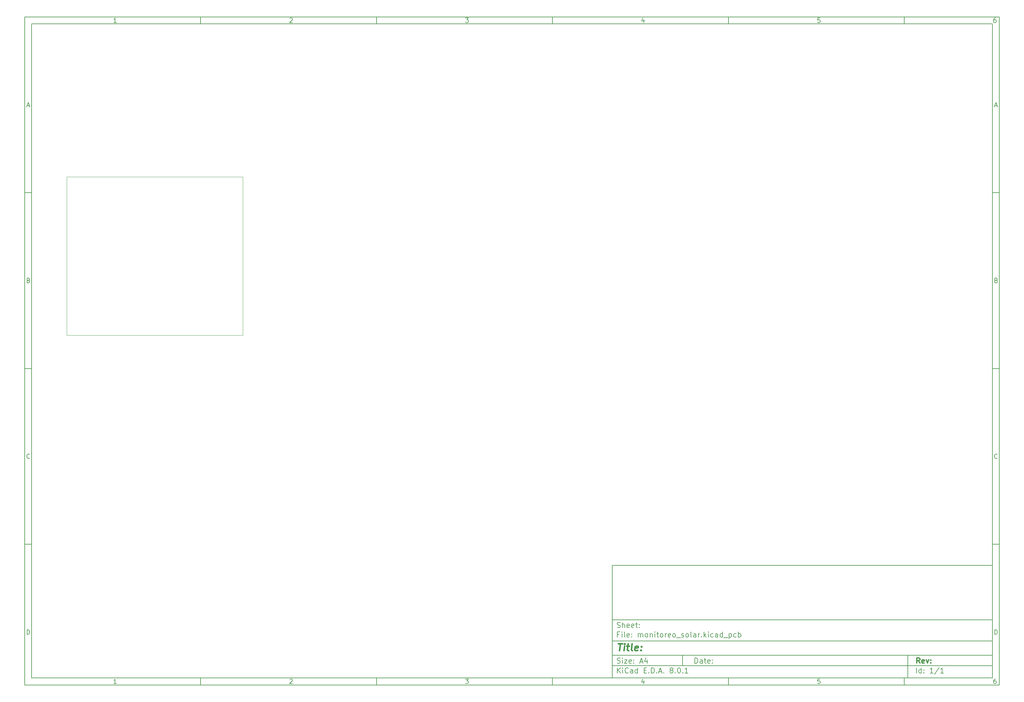
<source format=gbr>
%TF.GenerationSoftware,KiCad,Pcbnew,8.0.1*%
%TF.CreationDate,2024-08-29T21:22:59-03:00*%
%TF.ProjectId,monitoreo_solar,6d6f6e69-746f-4726-956f-5f736f6c6172,rev?*%
%TF.SameCoordinates,Original*%
%TF.FileFunction,Profile,NP*%
%FSLAX46Y46*%
G04 Gerber Fmt 4.6, Leading zero omitted, Abs format (unit mm)*
G04 Created by KiCad (PCBNEW 8.0.1) date 2024-08-29 21:22:59*
%MOMM*%
%LPD*%
G01*
G04 APERTURE LIST*
%ADD10C,0.100000*%
%ADD11C,0.150000*%
%ADD12C,0.300000*%
%ADD13C,0.400000*%
%TA.AperFunction,Profile*%
%ADD14C,0.050000*%
%TD*%
G04 APERTURE END LIST*
D10*
D11*
X177002200Y-166007200D02*
X285002200Y-166007200D01*
X285002200Y-198007200D01*
X177002200Y-198007200D01*
X177002200Y-166007200D01*
D10*
D11*
X10000000Y-10000000D02*
X287002200Y-10000000D01*
X287002200Y-200007200D01*
X10000000Y-200007200D01*
X10000000Y-10000000D01*
D10*
D11*
X12000000Y-12000000D02*
X285002200Y-12000000D01*
X285002200Y-198007200D01*
X12000000Y-198007200D01*
X12000000Y-12000000D01*
D10*
D11*
X60000000Y-12000000D02*
X60000000Y-10000000D01*
D10*
D11*
X110000000Y-12000000D02*
X110000000Y-10000000D01*
D10*
D11*
X160000000Y-12000000D02*
X160000000Y-10000000D01*
D10*
D11*
X210000000Y-12000000D02*
X210000000Y-10000000D01*
D10*
D11*
X260000000Y-12000000D02*
X260000000Y-10000000D01*
D10*
D11*
X36089160Y-11593604D02*
X35346303Y-11593604D01*
X35717731Y-11593604D02*
X35717731Y-10293604D01*
X35717731Y-10293604D02*
X35593922Y-10479319D01*
X35593922Y-10479319D02*
X35470112Y-10603128D01*
X35470112Y-10603128D02*
X35346303Y-10665033D01*
D10*
D11*
X85346303Y-10417414D02*
X85408207Y-10355509D01*
X85408207Y-10355509D02*
X85532017Y-10293604D01*
X85532017Y-10293604D02*
X85841541Y-10293604D01*
X85841541Y-10293604D02*
X85965350Y-10355509D01*
X85965350Y-10355509D02*
X86027255Y-10417414D01*
X86027255Y-10417414D02*
X86089160Y-10541223D01*
X86089160Y-10541223D02*
X86089160Y-10665033D01*
X86089160Y-10665033D02*
X86027255Y-10850747D01*
X86027255Y-10850747D02*
X85284398Y-11593604D01*
X85284398Y-11593604D02*
X86089160Y-11593604D01*
D10*
D11*
X135284398Y-10293604D02*
X136089160Y-10293604D01*
X136089160Y-10293604D02*
X135655826Y-10788842D01*
X135655826Y-10788842D02*
X135841541Y-10788842D01*
X135841541Y-10788842D02*
X135965350Y-10850747D01*
X135965350Y-10850747D02*
X136027255Y-10912652D01*
X136027255Y-10912652D02*
X136089160Y-11036461D01*
X136089160Y-11036461D02*
X136089160Y-11345985D01*
X136089160Y-11345985D02*
X136027255Y-11469795D01*
X136027255Y-11469795D02*
X135965350Y-11531700D01*
X135965350Y-11531700D02*
X135841541Y-11593604D01*
X135841541Y-11593604D02*
X135470112Y-11593604D01*
X135470112Y-11593604D02*
X135346303Y-11531700D01*
X135346303Y-11531700D02*
X135284398Y-11469795D01*
D10*
D11*
X185965350Y-10726938D02*
X185965350Y-11593604D01*
X185655826Y-10231700D02*
X185346303Y-11160271D01*
X185346303Y-11160271D02*
X186151064Y-11160271D01*
D10*
D11*
X236027255Y-10293604D02*
X235408207Y-10293604D01*
X235408207Y-10293604D02*
X235346303Y-10912652D01*
X235346303Y-10912652D02*
X235408207Y-10850747D01*
X235408207Y-10850747D02*
X235532017Y-10788842D01*
X235532017Y-10788842D02*
X235841541Y-10788842D01*
X235841541Y-10788842D02*
X235965350Y-10850747D01*
X235965350Y-10850747D02*
X236027255Y-10912652D01*
X236027255Y-10912652D02*
X236089160Y-11036461D01*
X236089160Y-11036461D02*
X236089160Y-11345985D01*
X236089160Y-11345985D02*
X236027255Y-11469795D01*
X236027255Y-11469795D02*
X235965350Y-11531700D01*
X235965350Y-11531700D02*
X235841541Y-11593604D01*
X235841541Y-11593604D02*
X235532017Y-11593604D01*
X235532017Y-11593604D02*
X235408207Y-11531700D01*
X235408207Y-11531700D02*
X235346303Y-11469795D01*
D10*
D11*
X285965350Y-10293604D02*
X285717731Y-10293604D01*
X285717731Y-10293604D02*
X285593922Y-10355509D01*
X285593922Y-10355509D02*
X285532017Y-10417414D01*
X285532017Y-10417414D02*
X285408207Y-10603128D01*
X285408207Y-10603128D02*
X285346303Y-10850747D01*
X285346303Y-10850747D02*
X285346303Y-11345985D01*
X285346303Y-11345985D02*
X285408207Y-11469795D01*
X285408207Y-11469795D02*
X285470112Y-11531700D01*
X285470112Y-11531700D02*
X285593922Y-11593604D01*
X285593922Y-11593604D02*
X285841541Y-11593604D01*
X285841541Y-11593604D02*
X285965350Y-11531700D01*
X285965350Y-11531700D02*
X286027255Y-11469795D01*
X286027255Y-11469795D02*
X286089160Y-11345985D01*
X286089160Y-11345985D02*
X286089160Y-11036461D01*
X286089160Y-11036461D02*
X286027255Y-10912652D01*
X286027255Y-10912652D02*
X285965350Y-10850747D01*
X285965350Y-10850747D02*
X285841541Y-10788842D01*
X285841541Y-10788842D02*
X285593922Y-10788842D01*
X285593922Y-10788842D02*
X285470112Y-10850747D01*
X285470112Y-10850747D02*
X285408207Y-10912652D01*
X285408207Y-10912652D02*
X285346303Y-11036461D01*
D10*
D11*
X60000000Y-198007200D02*
X60000000Y-200007200D01*
D10*
D11*
X110000000Y-198007200D02*
X110000000Y-200007200D01*
D10*
D11*
X160000000Y-198007200D02*
X160000000Y-200007200D01*
D10*
D11*
X210000000Y-198007200D02*
X210000000Y-200007200D01*
D10*
D11*
X260000000Y-198007200D02*
X260000000Y-200007200D01*
D10*
D11*
X36089160Y-199600804D02*
X35346303Y-199600804D01*
X35717731Y-199600804D02*
X35717731Y-198300804D01*
X35717731Y-198300804D02*
X35593922Y-198486519D01*
X35593922Y-198486519D02*
X35470112Y-198610328D01*
X35470112Y-198610328D02*
X35346303Y-198672233D01*
D10*
D11*
X85346303Y-198424614D02*
X85408207Y-198362709D01*
X85408207Y-198362709D02*
X85532017Y-198300804D01*
X85532017Y-198300804D02*
X85841541Y-198300804D01*
X85841541Y-198300804D02*
X85965350Y-198362709D01*
X85965350Y-198362709D02*
X86027255Y-198424614D01*
X86027255Y-198424614D02*
X86089160Y-198548423D01*
X86089160Y-198548423D02*
X86089160Y-198672233D01*
X86089160Y-198672233D02*
X86027255Y-198857947D01*
X86027255Y-198857947D02*
X85284398Y-199600804D01*
X85284398Y-199600804D02*
X86089160Y-199600804D01*
D10*
D11*
X135284398Y-198300804D02*
X136089160Y-198300804D01*
X136089160Y-198300804D02*
X135655826Y-198796042D01*
X135655826Y-198796042D02*
X135841541Y-198796042D01*
X135841541Y-198796042D02*
X135965350Y-198857947D01*
X135965350Y-198857947D02*
X136027255Y-198919852D01*
X136027255Y-198919852D02*
X136089160Y-199043661D01*
X136089160Y-199043661D02*
X136089160Y-199353185D01*
X136089160Y-199353185D02*
X136027255Y-199476995D01*
X136027255Y-199476995D02*
X135965350Y-199538900D01*
X135965350Y-199538900D02*
X135841541Y-199600804D01*
X135841541Y-199600804D02*
X135470112Y-199600804D01*
X135470112Y-199600804D02*
X135346303Y-199538900D01*
X135346303Y-199538900D02*
X135284398Y-199476995D01*
D10*
D11*
X185965350Y-198734138D02*
X185965350Y-199600804D01*
X185655826Y-198238900D02*
X185346303Y-199167471D01*
X185346303Y-199167471D02*
X186151064Y-199167471D01*
D10*
D11*
X236027255Y-198300804D02*
X235408207Y-198300804D01*
X235408207Y-198300804D02*
X235346303Y-198919852D01*
X235346303Y-198919852D02*
X235408207Y-198857947D01*
X235408207Y-198857947D02*
X235532017Y-198796042D01*
X235532017Y-198796042D02*
X235841541Y-198796042D01*
X235841541Y-198796042D02*
X235965350Y-198857947D01*
X235965350Y-198857947D02*
X236027255Y-198919852D01*
X236027255Y-198919852D02*
X236089160Y-199043661D01*
X236089160Y-199043661D02*
X236089160Y-199353185D01*
X236089160Y-199353185D02*
X236027255Y-199476995D01*
X236027255Y-199476995D02*
X235965350Y-199538900D01*
X235965350Y-199538900D02*
X235841541Y-199600804D01*
X235841541Y-199600804D02*
X235532017Y-199600804D01*
X235532017Y-199600804D02*
X235408207Y-199538900D01*
X235408207Y-199538900D02*
X235346303Y-199476995D01*
D10*
D11*
X285965350Y-198300804D02*
X285717731Y-198300804D01*
X285717731Y-198300804D02*
X285593922Y-198362709D01*
X285593922Y-198362709D02*
X285532017Y-198424614D01*
X285532017Y-198424614D02*
X285408207Y-198610328D01*
X285408207Y-198610328D02*
X285346303Y-198857947D01*
X285346303Y-198857947D02*
X285346303Y-199353185D01*
X285346303Y-199353185D02*
X285408207Y-199476995D01*
X285408207Y-199476995D02*
X285470112Y-199538900D01*
X285470112Y-199538900D02*
X285593922Y-199600804D01*
X285593922Y-199600804D02*
X285841541Y-199600804D01*
X285841541Y-199600804D02*
X285965350Y-199538900D01*
X285965350Y-199538900D02*
X286027255Y-199476995D01*
X286027255Y-199476995D02*
X286089160Y-199353185D01*
X286089160Y-199353185D02*
X286089160Y-199043661D01*
X286089160Y-199043661D02*
X286027255Y-198919852D01*
X286027255Y-198919852D02*
X285965350Y-198857947D01*
X285965350Y-198857947D02*
X285841541Y-198796042D01*
X285841541Y-198796042D02*
X285593922Y-198796042D01*
X285593922Y-198796042D02*
X285470112Y-198857947D01*
X285470112Y-198857947D02*
X285408207Y-198919852D01*
X285408207Y-198919852D02*
X285346303Y-199043661D01*
D10*
D11*
X10000000Y-60000000D02*
X12000000Y-60000000D01*
D10*
D11*
X10000000Y-110000000D02*
X12000000Y-110000000D01*
D10*
D11*
X10000000Y-160000000D02*
X12000000Y-160000000D01*
D10*
D11*
X10690476Y-35222176D02*
X11309523Y-35222176D01*
X10566666Y-35593604D02*
X10999999Y-34293604D01*
X10999999Y-34293604D02*
X11433333Y-35593604D01*
D10*
D11*
X11092857Y-84912652D02*
X11278571Y-84974557D01*
X11278571Y-84974557D02*
X11340476Y-85036461D01*
X11340476Y-85036461D02*
X11402380Y-85160271D01*
X11402380Y-85160271D02*
X11402380Y-85345985D01*
X11402380Y-85345985D02*
X11340476Y-85469795D01*
X11340476Y-85469795D02*
X11278571Y-85531700D01*
X11278571Y-85531700D02*
X11154761Y-85593604D01*
X11154761Y-85593604D02*
X10659523Y-85593604D01*
X10659523Y-85593604D02*
X10659523Y-84293604D01*
X10659523Y-84293604D02*
X11092857Y-84293604D01*
X11092857Y-84293604D02*
X11216666Y-84355509D01*
X11216666Y-84355509D02*
X11278571Y-84417414D01*
X11278571Y-84417414D02*
X11340476Y-84541223D01*
X11340476Y-84541223D02*
X11340476Y-84665033D01*
X11340476Y-84665033D02*
X11278571Y-84788842D01*
X11278571Y-84788842D02*
X11216666Y-84850747D01*
X11216666Y-84850747D02*
X11092857Y-84912652D01*
X11092857Y-84912652D02*
X10659523Y-84912652D01*
D10*
D11*
X11402380Y-135469795D02*
X11340476Y-135531700D01*
X11340476Y-135531700D02*
X11154761Y-135593604D01*
X11154761Y-135593604D02*
X11030952Y-135593604D01*
X11030952Y-135593604D02*
X10845238Y-135531700D01*
X10845238Y-135531700D02*
X10721428Y-135407890D01*
X10721428Y-135407890D02*
X10659523Y-135284080D01*
X10659523Y-135284080D02*
X10597619Y-135036461D01*
X10597619Y-135036461D02*
X10597619Y-134850747D01*
X10597619Y-134850747D02*
X10659523Y-134603128D01*
X10659523Y-134603128D02*
X10721428Y-134479319D01*
X10721428Y-134479319D02*
X10845238Y-134355509D01*
X10845238Y-134355509D02*
X11030952Y-134293604D01*
X11030952Y-134293604D02*
X11154761Y-134293604D01*
X11154761Y-134293604D02*
X11340476Y-134355509D01*
X11340476Y-134355509D02*
X11402380Y-134417414D01*
D10*
D11*
X10659523Y-185593604D02*
X10659523Y-184293604D01*
X10659523Y-184293604D02*
X10969047Y-184293604D01*
X10969047Y-184293604D02*
X11154761Y-184355509D01*
X11154761Y-184355509D02*
X11278571Y-184479319D01*
X11278571Y-184479319D02*
X11340476Y-184603128D01*
X11340476Y-184603128D02*
X11402380Y-184850747D01*
X11402380Y-184850747D02*
X11402380Y-185036461D01*
X11402380Y-185036461D02*
X11340476Y-185284080D01*
X11340476Y-185284080D02*
X11278571Y-185407890D01*
X11278571Y-185407890D02*
X11154761Y-185531700D01*
X11154761Y-185531700D02*
X10969047Y-185593604D01*
X10969047Y-185593604D02*
X10659523Y-185593604D01*
D10*
D11*
X287002200Y-60000000D02*
X285002200Y-60000000D01*
D10*
D11*
X287002200Y-110000000D02*
X285002200Y-110000000D01*
D10*
D11*
X287002200Y-160000000D02*
X285002200Y-160000000D01*
D10*
D11*
X285692676Y-35222176D02*
X286311723Y-35222176D01*
X285568866Y-35593604D02*
X286002199Y-34293604D01*
X286002199Y-34293604D02*
X286435533Y-35593604D01*
D10*
D11*
X286095057Y-84912652D02*
X286280771Y-84974557D01*
X286280771Y-84974557D02*
X286342676Y-85036461D01*
X286342676Y-85036461D02*
X286404580Y-85160271D01*
X286404580Y-85160271D02*
X286404580Y-85345985D01*
X286404580Y-85345985D02*
X286342676Y-85469795D01*
X286342676Y-85469795D02*
X286280771Y-85531700D01*
X286280771Y-85531700D02*
X286156961Y-85593604D01*
X286156961Y-85593604D02*
X285661723Y-85593604D01*
X285661723Y-85593604D02*
X285661723Y-84293604D01*
X285661723Y-84293604D02*
X286095057Y-84293604D01*
X286095057Y-84293604D02*
X286218866Y-84355509D01*
X286218866Y-84355509D02*
X286280771Y-84417414D01*
X286280771Y-84417414D02*
X286342676Y-84541223D01*
X286342676Y-84541223D02*
X286342676Y-84665033D01*
X286342676Y-84665033D02*
X286280771Y-84788842D01*
X286280771Y-84788842D02*
X286218866Y-84850747D01*
X286218866Y-84850747D02*
X286095057Y-84912652D01*
X286095057Y-84912652D02*
X285661723Y-84912652D01*
D10*
D11*
X286404580Y-135469795D02*
X286342676Y-135531700D01*
X286342676Y-135531700D02*
X286156961Y-135593604D01*
X286156961Y-135593604D02*
X286033152Y-135593604D01*
X286033152Y-135593604D02*
X285847438Y-135531700D01*
X285847438Y-135531700D02*
X285723628Y-135407890D01*
X285723628Y-135407890D02*
X285661723Y-135284080D01*
X285661723Y-135284080D02*
X285599819Y-135036461D01*
X285599819Y-135036461D02*
X285599819Y-134850747D01*
X285599819Y-134850747D02*
X285661723Y-134603128D01*
X285661723Y-134603128D02*
X285723628Y-134479319D01*
X285723628Y-134479319D02*
X285847438Y-134355509D01*
X285847438Y-134355509D02*
X286033152Y-134293604D01*
X286033152Y-134293604D02*
X286156961Y-134293604D01*
X286156961Y-134293604D02*
X286342676Y-134355509D01*
X286342676Y-134355509D02*
X286404580Y-134417414D01*
D10*
D11*
X285661723Y-185593604D02*
X285661723Y-184293604D01*
X285661723Y-184293604D02*
X285971247Y-184293604D01*
X285971247Y-184293604D02*
X286156961Y-184355509D01*
X286156961Y-184355509D02*
X286280771Y-184479319D01*
X286280771Y-184479319D02*
X286342676Y-184603128D01*
X286342676Y-184603128D02*
X286404580Y-184850747D01*
X286404580Y-184850747D02*
X286404580Y-185036461D01*
X286404580Y-185036461D02*
X286342676Y-185284080D01*
X286342676Y-185284080D02*
X286280771Y-185407890D01*
X286280771Y-185407890D02*
X286156961Y-185531700D01*
X286156961Y-185531700D02*
X285971247Y-185593604D01*
X285971247Y-185593604D02*
X285661723Y-185593604D01*
D10*
D11*
X200458026Y-193793328D02*
X200458026Y-192293328D01*
X200458026Y-192293328D02*
X200815169Y-192293328D01*
X200815169Y-192293328D02*
X201029455Y-192364757D01*
X201029455Y-192364757D02*
X201172312Y-192507614D01*
X201172312Y-192507614D02*
X201243741Y-192650471D01*
X201243741Y-192650471D02*
X201315169Y-192936185D01*
X201315169Y-192936185D02*
X201315169Y-193150471D01*
X201315169Y-193150471D02*
X201243741Y-193436185D01*
X201243741Y-193436185D02*
X201172312Y-193579042D01*
X201172312Y-193579042D02*
X201029455Y-193721900D01*
X201029455Y-193721900D02*
X200815169Y-193793328D01*
X200815169Y-193793328D02*
X200458026Y-193793328D01*
X202600884Y-193793328D02*
X202600884Y-193007614D01*
X202600884Y-193007614D02*
X202529455Y-192864757D01*
X202529455Y-192864757D02*
X202386598Y-192793328D01*
X202386598Y-192793328D02*
X202100884Y-192793328D01*
X202100884Y-192793328D02*
X201958026Y-192864757D01*
X202600884Y-193721900D02*
X202458026Y-193793328D01*
X202458026Y-193793328D02*
X202100884Y-193793328D01*
X202100884Y-193793328D02*
X201958026Y-193721900D01*
X201958026Y-193721900D02*
X201886598Y-193579042D01*
X201886598Y-193579042D02*
X201886598Y-193436185D01*
X201886598Y-193436185D02*
X201958026Y-193293328D01*
X201958026Y-193293328D02*
X202100884Y-193221900D01*
X202100884Y-193221900D02*
X202458026Y-193221900D01*
X202458026Y-193221900D02*
X202600884Y-193150471D01*
X203100884Y-192793328D02*
X203672312Y-192793328D01*
X203315169Y-192293328D02*
X203315169Y-193579042D01*
X203315169Y-193579042D02*
X203386598Y-193721900D01*
X203386598Y-193721900D02*
X203529455Y-193793328D01*
X203529455Y-193793328D02*
X203672312Y-193793328D01*
X204743741Y-193721900D02*
X204600884Y-193793328D01*
X204600884Y-193793328D02*
X204315170Y-193793328D01*
X204315170Y-193793328D02*
X204172312Y-193721900D01*
X204172312Y-193721900D02*
X204100884Y-193579042D01*
X204100884Y-193579042D02*
X204100884Y-193007614D01*
X204100884Y-193007614D02*
X204172312Y-192864757D01*
X204172312Y-192864757D02*
X204315170Y-192793328D01*
X204315170Y-192793328D02*
X204600884Y-192793328D01*
X204600884Y-192793328D02*
X204743741Y-192864757D01*
X204743741Y-192864757D02*
X204815170Y-193007614D01*
X204815170Y-193007614D02*
X204815170Y-193150471D01*
X204815170Y-193150471D02*
X204100884Y-193293328D01*
X205458026Y-193650471D02*
X205529455Y-193721900D01*
X205529455Y-193721900D02*
X205458026Y-193793328D01*
X205458026Y-193793328D02*
X205386598Y-193721900D01*
X205386598Y-193721900D02*
X205458026Y-193650471D01*
X205458026Y-193650471D02*
X205458026Y-193793328D01*
X205458026Y-192864757D02*
X205529455Y-192936185D01*
X205529455Y-192936185D02*
X205458026Y-193007614D01*
X205458026Y-193007614D02*
X205386598Y-192936185D01*
X205386598Y-192936185D02*
X205458026Y-192864757D01*
X205458026Y-192864757D02*
X205458026Y-193007614D01*
D10*
D11*
X177002200Y-194507200D02*
X285002200Y-194507200D01*
D10*
D11*
X178458026Y-196593328D02*
X178458026Y-195093328D01*
X179315169Y-196593328D02*
X178672312Y-195736185D01*
X179315169Y-195093328D02*
X178458026Y-195950471D01*
X179958026Y-196593328D02*
X179958026Y-195593328D01*
X179958026Y-195093328D02*
X179886598Y-195164757D01*
X179886598Y-195164757D02*
X179958026Y-195236185D01*
X179958026Y-195236185D02*
X180029455Y-195164757D01*
X180029455Y-195164757D02*
X179958026Y-195093328D01*
X179958026Y-195093328D02*
X179958026Y-195236185D01*
X181529455Y-196450471D02*
X181458027Y-196521900D01*
X181458027Y-196521900D02*
X181243741Y-196593328D01*
X181243741Y-196593328D02*
X181100884Y-196593328D01*
X181100884Y-196593328D02*
X180886598Y-196521900D01*
X180886598Y-196521900D02*
X180743741Y-196379042D01*
X180743741Y-196379042D02*
X180672312Y-196236185D01*
X180672312Y-196236185D02*
X180600884Y-195950471D01*
X180600884Y-195950471D02*
X180600884Y-195736185D01*
X180600884Y-195736185D02*
X180672312Y-195450471D01*
X180672312Y-195450471D02*
X180743741Y-195307614D01*
X180743741Y-195307614D02*
X180886598Y-195164757D01*
X180886598Y-195164757D02*
X181100884Y-195093328D01*
X181100884Y-195093328D02*
X181243741Y-195093328D01*
X181243741Y-195093328D02*
X181458027Y-195164757D01*
X181458027Y-195164757D02*
X181529455Y-195236185D01*
X182815170Y-196593328D02*
X182815170Y-195807614D01*
X182815170Y-195807614D02*
X182743741Y-195664757D01*
X182743741Y-195664757D02*
X182600884Y-195593328D01*
X182600884Y-195593328D02*
X182315170Y-195593328D01*
X182315170Y-195593328D02*
X182172312Y-195664757D01*
X182815170Y-196521900D02*
X182672312Y-196593328D01*
X182672312Y-196593328D02*
X182315170Y-196593328D01*
X182315170Y-196593328D02*
X182172312Y-196521900D01*
X182172312Y-196521900D02*
X182100884Y-196379042D01*
X182100884Y-196379042D02*
X182100884Y-196236185D01*
X182100884Y-196236185D02*
X182172312Y-196093328D01*
X182172312Y-196093328D02*
X182315170Y-196021900D01*
X182315170Y-196021900D02*
X182672312Y-196021900D01*
X182672312Y-196021900D02*
X182815170Y-195950471D01*
X184172313Y-196593328D02*
X184172313Y-195093328D01*
X184172313Y-196521900D02*
X184029455Y-196593328D01*
X184029455Y-196593328D02*
X183743741Y-196593328D01*
X183743741Y-196593328D02*
X183600884Y-196521900D01*
X183600884Y-196521900D02*
X183529455Y-196450471D01*
X183529455Y-196450471D02*
X183458027Y-196307614D01*
X183458027Y-196307614D02*
X183458027Y-195879042D01*
X183458027Y-195879042D02*
X183529455Y-195736185D01*
X183529455Y-195736185D02*
X183600884Y-195664757D01*
X183600884Y-195664757D02*
X183743741Y-195593328D01*
X183743741Y-195593328D02*
X184029455Y-195593328D01*
X184029455Y-195593328D02*
X184172313Y-195664757D01*
X186029455Y-195807614D02*
X186529455Y-195807614D01*
X186743741Y-196593328D02*
X186029455Y-196593328D01*
X186029455Y-196593328D02*
X186029455Y-195093328D01*
X186029455Y-195093328D02*
X186743741Y-195093328D01*
X187386598Y-196450471D02*
X187458027Y-196521900D01*
X187458027Y-196521900D02*
X187386598Y-196593328D01*
X187386598Y-196593328D02*
X187315170Y-196521900D01*
X187315170Y-196521900D02*
X187386598Y-196450471D01*
X187386598Y-196450471D02*
X187386598Y-196593328D01*
X188100884Y-196593328D02*
X188100884Y-195093328D01*
X188100884Y-195093328D02*
X188458027Y-195093328D01*
X188458027Y-195093328D02*
X188672313Y-195164757D01*
X188672313Y-195164757D02*
X188815170Y-195307614D01*
X188815170Y-195307614D02*
X188886599Y-195450471D01*
X188886599Y-195450471D02*
X188958027Y-195736185D01*
X188958027Y-195736185D02*
X188958027Y-195950471D01*
X188958027Y-195950471D02*
X188886599Y-196236185D01*
X188886599Y-196236185D02*
X188815170Y-196379042D01*
X188815170Y-196379042D02*
X188672313Y-196521900D01*
X188672313Y-196521900D02*
X188458027Y-196593328D01*
X188458027Y-196593328D02*
X188100884Y-196593328D01*
X189600884Y-196450471D02*
X189672313Y-196521900D01*
X189672313Y-196521900D02*
X189600884Y-196593328D01*
X189600884Y-196593328D02*
X189529456Y-196521900D01*
X189529456Y-196521900D02*
X189600884Y-196450471D01*
X189600884Y-196450471D02*
X189600884Y-196593328D01*
X190243742Y-196164757D02*
X190958028Y-196164757D01*
X190100885Y-196593328D02*
X190600885Y-195093328D01*
X190600885Y-195093328D02*
X191100885Y-196593328D01*
X191600884Y-196450471D02*
X191672313Y-196521900D01*
X191672313Y-196521900D02*
X191600884Y-196593328D01*
X191600884Y-196593328D02*
X191529456Y-196521900D01*
X191529456Y-196521900D02*
X191600884Y-196450471D01*
X191600884Y-196450471D02*
X191600884Y-196593328D01*
X193672313Y-195736185D02*
X193529456Y-195664757D01*
X193529456Y-195664757D02*
X193458027Y-195593328D01*
X193458027Y-195593328D02*
X193386599Y-195450471D01*
X193386599Y-195450471D02*
X193386599Y-195379042D01*
X193386599Y-195379042D02*
X193458027Y-195236185D01*
X193458027Y-195236185D02*
X193529456Y-195164757D01*
X193529456Y-195164757D02*
X193672313Y-195093328D01*
X193672313Y-195093328D02*
X193958027Y-195093328D01*
X193958027Y-195093328D02*
X194100885Y-195164757D01*
X194100885Y-195164757D02*
X194172313Y-195236185D01*
X194172313Y-195236185D02*
X194243742Y-195379042D01*
X194243742Y-195379042D02*
X194243742Y-195450471D01*
X194243742Y-195450471D02*
X194172313Y-195593328D01*
X194172313Y-195593328D02*
X194100885Y-195664757D01*
X194100885Y-195664757D02*
X193958027Y-195736185D01*
X193958027Y-195736185D02*
X193672313Y-195736185D01*
X193672313Y-195736185D02*
X193529456Y-195807614D01*
X193529456Y-195807614D02*
X193458027Y-195879042D01*
X193458027Y-195879042D02*
X193386599Y-196021900D01*
X193386599Y-196021900D02*
X193386599Y-196307614D01*
X193386599Y-196307614D02*
X193458027Y-196450471D01*
X193458027Y-196450471D02*
X193529456Y-196521900D01*
X193529456Y-196521900D02*
X193672313Y-196593328D01*
X193672313Y-196593328D02*
X193958027Y-196593328D01*
X193958027Y-196593328D02*
X194100885Y-196521900D01*
X194100885Y-196521900D02*
X194172313Y-196450471D01*
X194172313Y-196450471D02*
X194243742Y-196307614D01*
X194243742Y-196307614D02*
X194243742Y-196021900D01*
X194243742Y-196021900D02*
X194172313Y-195879042D01*
X194172313Y-195879042D02*
X194100885Y-195807614D01*
X194100885Y-195807614D02*
X193958027Y-195736185D01*
X194886598Y-196450471D02*
X194958027Y-196521900D01*
X194958027Y-196521900D02*
X194886598Y-196593328D01*
X194886598Y-196593328D02*
X194815170Y-196521900D01*
X194815170Y-196521900D02*
X194886598Y-196450471D01*
X194886598Y-196450471D02*
X194886598Y-196593328D01*
X195886599Y-195093328D02*
X196029456Y-195093328D01*
X196029456Y-195093328D02*
X196172313Y-195164757D01*
X196172313Y-195164757D02*
X196243742Y-195236185D01*
X196243742Y-195236185D02*
X196315170Y-195379042D01*
X196315170Y-195379042D02*
X196386599Y-195664757D01*
X196386599Y-195664757D02*
X196386599Y-196021900D01*
X196386599Y-196021900D02*
X196315170Y-196307614D01*
X196315170Y-196307614D02*
X196243742Y-196450471D01*
X196243742Y-196450471D02*
X196172313Y-196521900D01*
X196172313Y-196521900D02*
X196029456Y-196593328D01*
X196029456Y-196593328D02*
X195886599Y-196593328D01*
X195886599Y-196593328D02*
X195743742Y-196521900D01*
X195743742Y-196521900D02*
X195672313Y-196450471D01*
X195672313Y-196450471D02*
X195600884Y-196307614D01*
X195600884Y-196307614D02*
X195529456Y-196021900D01*
X195529456Y-196021900D02*
X195529456Y-195664757D01*
X195529456Y-195664757D02*
X195600884Y-195379042D01*
X195600884Y-195379042D02*
X195672313Y-195236185D01*
X195672313Y-195236185D02*
X195743742Y-195164757D01*
X195743742Y-195164757D02*
X195886599Y-195093328D01*
X197029455Y-196450471D02*
X197100884Y-196521900D01*
X197100884Y-196521900D02*
X197029455Y-196593328D01*
X197029455Y-196593328D02*
X196958027Y-196521900D01*
X196958027Y-196521900D02*
X197029455Y-196450471D01*
X197029455Y-196450471D02*
X197029455Y-196593328D01*
X198529456Y-196593328D02*
X197672313Y-196593328D01*
X198100884Y-196593328D02*
X198100884Y-195093328D01*
X198100884Y-195093328D02*
X197958027Y-195307614D01*
X197958027Y-195307614D02*
X197815170Y-195450471D01*
X197815170Y-195450471D02*
X197672313Y-195521900D01*
D10*
D11*
X177002200Y-191507200D02*
X285002200Y-191507200D01*
D10*
D12*
X264413853Y-193785528D02*
X263913853Y-193071242D01*
X263556710Y-193785528D02*
X263556710Y-192285528D01*
X263556710Y-192285528D02*
X264128139Y-192285528D01*
X264128139Y-192285528D02*
X264270996Y-192356957D01*
X264270996Y-192356957D02*
X264342425Y-192428385D01*
X264342425Y-192428385D02*
X264413853Y-192571242D01*
X264413853Y-192571242D02*
X264413853Y-192785528D01*
X264413853Y-192785528D02*
X264342425Y-192928385D01*
X264342425Y-192928385D02*
X264270996Y-192999814D01*
X264270996Y-192999814D02*
X264128139Y-193071242D01*
X264128139Y-193071242D02*
X263556710Y-193071242D01*
X265628139Y-193714100D02*
X265485282Y-193785528D01*
X265485282Y-193785528D02*
X265199568Y-193785528D01*
X265199568Y-193785528D02*
X265056710Y-193714100D01*
X265056710Y-193714100D02*
X264985282Y-193571242D01*
X264985282Y-193571242D02*
X264985282Y-192999814D01*
X264985282Y-192999814D02*
X265056710Y-192856957D01*
X265056710Y-192856957D02*
X265199568Y-192785528D01*
X265199568Y-192785528D02*
X265485282Y-192785528D01*
X265485282Y-192785528D02*
X265628139Y-192856957D01*
X265628139Y-192856957D02*
X265699568Y-192999814D01*
X265699568Y-192999814D02*
X265699568Y-193142671D01*
X265699568Y-193142671D02*
X264985282Y-193285528D01*
X266199567Y-192785528D02*
X266556710Y-193785528D01*
X266556710Y-193785528D02*
X266913853Y-192785528D01*
X267485281Y-193642671D02*
X267556710Y-193714100D01*
X267556710Y-193714100D02*
X267485281Y-193785528D01*
X267485281Y-193785528D02*
X267413853Y-193714100D01*
X267413853Y-193714100D02*
X267485281Y-193642671D01*
X267485281Y-193642671D02*
X267485281Y-193785528D01*
X267485281Y-192856957D02*
X267556710Y-192928385D01*
X267556710Y-192928385D02*
X267485281Y-192999814D01*
X267485281Y-192999814D02*
X267413853Y-192928385D01*
X267413853Y-192928385D02*
X267485281Y-192856957D01*
X267485281Y-192856957D02*
X267485281Y-192999814D01*
D10*
D11*
X178386598Y-193721900D02*
X178600884Y-193793328D01*
X178600884Y-193793328D02*
X178958026Y-193793328D01*
X178958026Y-193793328D02*
X179100884Y-193721900D01*
X179100884Y-193721900D02*
X179172312Y-193650471D01*
X179172312Y-193650471D02*
X179243741Y-193507614D01*
X179243741Y-193507614D02*
X179243741Y-193364757D01*
X179243741Y-193364757D02*
X179172312Y-193221900D01*
X179172312Y-193221900D02*
X179100884Y-193150471D01*
X179100884Y-193150471D02*
X178958026Y-193079042D01*
X178958026Y-193079042D02*
X178672312Y-193007614D01*
X178672312Y-193007614D02*
X178529455Y-192936185D01*
X178529455Y-192936185D02*
X178458026Y-192864757D01*
X178458026Y-192864757D02*
X178386598Y-192721900D01*
X178386598Y-192721900D02*
X178386598Y-192579042D01*
X178386598Y-192579042D02*
X178458026Y-192436185D01*
X178458026Y-192436185D02*
X178529455Y-192364757D01*
X178529455Y-192364757D02*
X178672312Y-192293328D01*
X178672312Y-192293328D02*
X179029455Y-192293328D01*
X179029455Y-192293328D02*
X179243741Y-192364757D01*
X179886597Y-193793328D02*
X179886597Y-192793328D01*
X179886597Y-192293328D02*
X179815169Y-192364757D01*
X179815169Y-192364757D02*
X179886597Y-192436185D01*
X179886597Y-192436185D02*
X179958026Y-192364757D01*
X179958026Y-192364757D02*
X179886597Y-192293328D01*
X179886597Y-192293328D02*
X179886597Y-192436185D01*
X180458026Y-192793328D02*
X181243741Y-192793328D01*
X181243741Y-192793328D02*
X180458026Y-193793328D01*
X180458026Y-193793328D02*
X181243741Y-193793328D01*
X182386598Y-193721900D02*
X182243741Y-193793328D01*
X182243741Y-193793328D02*
X181958027Y-193793328D01*
X181958027Y-193793328D02*
X181815169Y-193721900D01*
X181815169Y-193721900D02*
X181743741Y-193579042D01*
X181743741Y-193579042D02*
X181743741Y-193007614D01*
X181743741Y-193007614D02*
X181815169Y-192864757D01*
X181815169Y-192864757D02*
X181958027Y-192793328D01*
X181958027Y-192793328D02*
X182243741Y-192793328D01*
X182243741Y-192793328D02*
X182386598Y-192864757D01*
X182386598Y-192864757D02*
X182458027Y-193007614D01*
X182458027Y-193007614D02*
X182458027Y-193150471D01*
X182458027Y-193150471D02*
X181743741Y-193293328D01*
X183100883Y-193650471D02*
X183172312Y-193721900D01*
X183172312Y-193721900D02*
X183100883Y-193793328D01*
X183100883Y-193793328D02*
X183029455Y-193721900D01*
X183029455Y-193721900D02*
X183100883Y-193650471D01*
X183100883Y-193650471D02*
X183100883Y-193793328D01*
X183100883Y-192864757D02*
X183172312Y-192936185D01*
X183172312Y-192936185D02*
X183100883Y-193007614D01*
X183100883Y-193007614D02*
X183029455Y-192936185D01*
X183029455Y-192936185D02*
X183100883Y-192864757D01*
X183100883Y-192864757D02*
X183100883Y-193007614D01*
X184886598Y-193364757D02*
X185600884Y-193364757D01*
X184743741Y-193793328D02*
X185243741Y-192293328D01*
X185243741Y-192293328D02*
X185743741Y-193793328D01*
X186886598Y-192793328D02*
X186886598Y-193793328D01*
X186529455Y-192221900D02*
X186172312Y-193293328D01*
X186172312Y-193293328D02*
X187100883Y-193293328D01*
D10*
D11*
X263458026Y-196593328D02*
X263458026Y-195093328D01*
X264815170Y-196593328D02*
X264815170Y-195093328D01*
X264815170Y-196521900D02*
X264672312Y-196593328D01*
X264672312Y-196593328D02*
X264386598Y-196593328D01*
X264386598Y-196593328D02*
X264243741Y-196521900D01*
X264243741Y-196521900D02*
X264172312Y-196450471D01*
X264172312Y-196450471D02*
X264100884Y-196307614D01*
X264100884Y-196307614D02*
X264100884Y-195879042D01*
X264100884Y-195879042D02*
X264172312Y-195736185D01*
X264172312Y-195736185D02*
X264243741Y-195664757D01*
X264243741Y-195664757D02*
X264386598Y-195593328D01*
X264386598Y-195593328D02*
X264672312Y-195593328D01*
X264672312Y-195593328D02*
X264815170Y-195664757D01*
X265529455Y-196450471D02*
X265600884Y-196521900D01*
X265600884Y-196521900D02*
X265529455Y-196593328D01*
X265529455Y-196593328D02*
X265458027Y-196521900D01*
X265458027Y-196521900D02*
X265529455Y-196450471D01*
X265529455Y-196450471D02*
X265529455Y-196593328D01*
X265529455Y-195664757D02*
X265600884Y-195736185D01*
X265600884Y-195736185D02*
X265529455Y-195807614D01*
X265529455Y-195807614D02*
X265458027Y-195736185D01*
X265458027Y-195736185D02*
X265529455Y-195664757D01*
X265529455Y-195664757D02*
X265529455Y-195807614D01*
X268172313Y-196593328D02*
X267315170Y-196593328D01*
X267743741Y-196593328D02*
X267743741Y-195093328D01*
X267743741Y-195093328D02*
X267600884Y-195307614D01*
X267600884Y-195307614D02*
X267458027Y-195450471D01*
X267458027Y-195450471D02*
X267315170Y-195521900D01*
X269886598Y-195021900D02*
X268600884Y-196950471D01*
X271172313Y-196593328D02*
X270315170Y-196593328D01*
X270743741Y-196593328D02*
X270743741Y-195093328D01*
X270743741Y-195093328D02*
X270600884Y-195307614D01*
X270600884Y-195307614D02*
X270458027Y-195450471D01*
X270458027Y-195450471D02*
X270315170Y-195521900D01*
D10*
D11*
X177002200Y-187507200D02*
X285002200Y-187507200D01*
D10*
D13*
X178693928Y-188211638D02*
X179836785Y-188211638D01*
X179015357Y-190211638D02*
X179265357Y-188211638D01*
X180253452Y-190211638D02*
X180420119Y-188878304D01*
X180503452Y-188211638D02*
X180396309Y-188306876D01*
X180396309Y-188306876D02*
X180479643Y-188402114D01*
X180479643Y-188402114D02*
X180586786Y-188306876D01*
X180586786Y-188306876D02*
X180503452Y-188211638D01*
X180503452Y-188211638D02*
X180479643Y-188402114D01*
X181086786Y-188878304D02*
X181848690Y-188878304D01*
X181455833Y-188211638D02*
X181241548Y-189925923D01*
X181241548Y-189925923D02*
X181312976Y-190116400D01*
X181312976Y-190116400D02*
X181491548Y-190211638D01*
X181491548Y-190211638D02*
X181682024Y-190211638D01*
X182634405Y-190211638D02*
X182455833Y-190116400D01*
X182455833Y-190116400D02*
X182384405Y-189925923D01*
X182384405Y-189925923D02*
X182598690Y-188211638D01*
X184170119Y-190116400D02*
X183967738Y-190211638D01*
X183967738Y-190211638D02*
X183586785Y-190211638D01*
X183586785Y-190211638D02*
X183408214Y-190116400D01*
X183408214Y-190116400D02*
X183336785Y-189925923D01*
X183336785Y-189925923D02*
X183432024Y-189164019D01*
X183432024Y-189164019D02*
X183551071Y-188973542D01*
X183551071Y-188973542D02*
X183753452Y-188878304D01*
X183753452Y-188878304D02*
X184134404Y-188878304D01*
X184134404Y-188878304D02*
X184312976Y-188973542D01*
X184312976Y-188973542D02*
X184384404Y-189164019D01*
X184384404Y-189164019D02*
X184360595Y-189354495D01*
X184360595Y-189354495D02*
X183384404Y-189544971D01*
X185134405Y-190021161D02*
X185217738Y-190116400D01*
X185217738Y-190116400D02*
X185110595Y-190211638D01*
X185110595Y-190211638D02*
X185027262Y-190116400D01*
X185027262Y-190116400D02*
X185134405Y-190021161D01*
X185134405Y-190021161D02*
X185110595Y-190211638D01*
X185265357Y-188973542D02*
X185348690Y-189068780D01*
X185348690Y-189068780D02*
X185241548Y-189164019D01*
X185241548Y-189164019D02*
X185158214Y-189068780D01*
X185158214Y-189068780D02*
X185265357Y-188973542D01*
X185265357Y-188973542D02*
X185241548Y-189164019D01*
D10*
D11*
X178958026Y-185607614D02*
X178458026Y-185607614D01*
X178458026Y-186393328D02*
X178458026Y-184893328D01*
X178458026Y-184893328D02*
X179172312Y-184893328D01*
X179743740Y-186393328D02*
X179743740Y-185393328D01*
X179743740Y-184893328D02*
X179672312Y-184964757D01*
X179672312Y-184964757D02*
X179743740Y-185036185D01*
X179743740Y-185036185D02*
X179815169Y-184964757D01*
X179815169Y-184964757D02*
X179743740Y-184893328D01*
X179743740Y-184893328D02*
X179743740Y-185036185D01*
X180672312Y-186393328D02*
X180529455Y-186321900D01*
X180529455Y-186321900D02*
X180458026Y-186179042D01*
X180458026Y-186179042D02*
X180458026Y-184893328D01*
X181815169Y-186321900D02*
X181672312Y-186393328D01*
X181672312Y-186393328D02*
X181386598Y-186393328D01*
X181386598Y-186393328D02*
X181243740Y-186321900D01*
X181243740Y-186321900D02*
X181172312Y-186179042D01*
X181172312Y-186179042D02*
X181172312Y-185607614D01*
X181172312Y-185607614D02*
X181243740Y-185464757D01*
X181243740Y-185464757D02*
X181386598Y-185393328D01*
X181386598Y-185393328D02*
X181672312Y-185393328D01*
X181672312Y-185393328D02*
X181815169Y-185464757D01*
X181815169Y-185464757D02*
X181886598Y-185607614D01*
X181886598Y-185607614D02*
X181886598Y-185750471D01*
X181886598Y-185750471D02*
X181172312Y-185893328D01*
X182529454Y-186250471D02*
X182600883Y-186321900D01*
X182600883Y-186321900D02*
X182529454Y-186393328D01*
X182529454Y-186393328D02*
X182458026Y-186321900D01*
X182458026Y-186321900D02*
X182529454Y-186250471D01*
X182529454Y-186250471D02*
X182529454Y-186393328D01*
X182529454Y-185464757D02*
X182600883Y-185536185D01*
X182600883Y-185536185D02*
X182529454Y-185607614D01*
X182529454Y-185607614D02*
X182458026Y-185536185D01*
X182458026Y-185536185D02*
X182529454Y-185464757D01*
X182529454Y-185464757D02*
X182529454Y-185607614D01*
X184386597Y-186393328D02*
X184386597Y-185393328D01*
X184386597Y-185536185D02*
X184458026Y-185464757D01*
X184458026Y-185464757D02*
X184600883Y-185393328D01*
X184600883Y-185393328D02*
X184815169Y-185393328D01*
X184815169Y-185393328D02*
X184958026Y-185464757D01*
X184958026Y-185464757D02*
X185029455Y-185607614D01*
X185029455Y-185607614D02*
X185029455Y-186393328D01*
X185029455Y-185607614D02*
X185100883Y-185464757D01*
X185100883Y-185464757D02*
X185243740Y-185393328D01*
X185243740Y-185393328D02*
X185458026Y-185393328D01*
X185458026Y-185393328D02*
X185600883Y-185464757D01*
X185600883Y-185464757D02*
X185672312Y-185607614D01*
X185672312Y-185607614D02*
X185672312Y-186393328D01*
X186600883Y-186393328D02*
X186458026Y-186321900D01*
X186458026Y-186321900D02*
X186386597Y-186250471D01*
X186386597Y-186250471D02*
X186315169Y-186107614D01*
X186315169Y-186107614D02*
X186315169Y-185679042D01*
X186315169Y-185679042D02*
X186386597Y-185536185D01*
X186386597Y-185536185D02*
X186458026Y-185464757D01*
X186458026Y-185464757D02*
X186600883Y-185393328D01*
X186600883Y-185393328D02*
X186815169Y-185393328D01*
X186815169Y-185393328D02*
X186958026Y-185464757D01*
X186958026Y-185464757D02*
X187029455Y-185536185D01*
X187029455Y-185536185D02*
X187100883Y-185679042D01*
X187100883Y-185679042D02*
X187100883Y-186107614D01*
X187100883Y-186107614D02*
X187029455Y-186250471D01*
X187029455Y-186250471D02*
X186958026Y-186321900D01*
X186958026Y-186321900D02*
X186815169Y-186393328D01*
X186815169Y-186393328D02*
X186600883Y-186393328D01*
X187743740Y-185393328D02*
X187743740Y-186393328D01*
X187743740Y-185536185D02*
X187815169Y-185464757D01*
X187815169Y-185464757D02*
X187958026Y-185393328D01*
X187958026Y-185393328D02*
X188172312Y-185393328D01*
X188172312Y-185393328D02*
X188315169Y-185464757D01*
X188315169Y-185464757D02*
X188386598Y-185607614D01*
X188386598Y-185607614D02*
X188386598Y-186393328D01*
X189100883Y-186393328D02*
X189100883Y-185393328D01*
X189100883Y-184893328D02*
X189029455Y-184964757D01*
X189029455Y-184964757D02*
X189100883Y-185036185D01*
X189100883Y-185036185D02*
X189172312Y-184964757D01*
X189172312Y-184964757D02*
X189100883Y-184893328D01*
X189100883Y-184893328D02*
X189100883Y-185036185D01*
X189600884Y-185393328D02*
X190172312Y-185393328D01*
X189815169Y-184893328D02*
X189815169Y-186179042D01*
X189815169Y-186179042D02*
X189886598Y-186321900D01*
X189886598Y-186321900D02*
X190029455Y-186393328D01*
X190029455Y-186393328D02*
X190172312Y-186393328D01*
X190886598Y-186393328D02*
X190743741Y-186321900D01*
X190743741Y-186321900D02*
X190672312Y-186250471D01*
X190672312Y-186250471D02*
X190600884Y-186107614D01*
X190600884Y-186107614D02*
X190600884Y-185679042D01*
X190600884Y-185679042D02*
X190672312Y-185536185D01*
X190672312Y-185536185D02*
X190743741Y-185464757D01*
X190743741Y-185464757D02*
X190886598Y-185393328D01*
X190886598Y-185393328D02*
X191100884Y-185393328D01*
X191100884Y-185393328D02*
X191243741Y-185464757D01*
X191243741Y-185464757D02*
X191315170Y-185536185D01*
X191315170Y-185536185D02*
X191386598Y-185679042D01*
X191386598Y-185679042D02*
X191386598Y-186107614D01*
X191386598Y-186107614D02*
X191315170Y-186250471D01*
X191315170Y-186250471D02*
X191243741Y-186321900D01*
X191243741Y-186321900D02*
X191100884Y-186393328D01*
X191100884Y-186393328D02*
X190886598Y-186393328D01*
X192029455Y-186393328D02*
X192029455Y-185393328D01*
X192029455Y-185679042D02*
X192100884Y-185536185D01*
X192100884Y-185536185D02*
X192172313Y-185464757D01*
X192172313Y-185464757D02*
X192315170Y-185393328D01*
X192315170Y-185393328D02*
X192458027Y-185393328D01*
X193529455Y-186321900D02*
X193386598Y-186393328D01*
X193386598Y-186393328D02*
X193100884Y-186393328D01*
X193100884Y-186393328D02*
X192958026Y-186321900D01*
X192958026Y-186321900D02*
X192886598Y-186179042D01*
X192886598Y-186179042D02*
X192886598Y-185607614D01*
X192886598Y-185607614D02*
X192958026Y-185464757D01*
X192958026Y-185464757D02*
X193100884Y-185393328D01*
X193100884Y-185393328D02*
X193386598Y-185393328D01*
X193386598Y-185393328D02*
X193529455Y-185464757D01*
X193529455Y-185464757D02*
X193600884Y-185607614D01*
X193600884Y-185607614D02*
X193600884Y-185750471D01*
X193600884Y-185750471D02*
X192886598Y-185893328D01*
X194458026Y-186393328D02*
X194315169Y-186321900D01*
X194315169Y-186321900D02*
X194243740Y-186250471D01*
X194243740Y-186250471D02*
X194172312Y-186107614D01*
X194172312Y-186107614D02*
X194172312Y-185679042D01*
X194172312Y-185679042D02*
X194243740Y-185536185D01*
X194243740Y-185536185D02*
X194315169Y-185464757D01*
X194315169Y-185464757D02*
X194458026Y-185393328D01*
X194458026Y-185393328D02*
X194672312Y-185393328D01*
X194672312Y-185393328D02*
X194815169Y-185464757D01*
X194815169Y-185464757D02*
X194886598Y-185536185D01*
X194886598Y-185536185D02*
X194958026Y-185679042D01*
X194958026Y-185679042D02*
X194958026Y-186107614D01*
X194958026Y-186107614D02*
X194886598Y-186250471D01*
X194886598Y-186250471D02*
X194815169Y-186321900D01*
X194815169Y-186321900D02*
X194672312Y-186393328D01*
X194672312Y-186393328D02*
X194458026Y-186393328D01*
X195243741Y-186536185D02*
X196386598Y-186536185D01*
X196672312Y-186321900D02*
X196815169Y-186393328D01*
X196815169Y-186393328D02*
X197100883Y-186393328D01*
X197100883Y-186393328D02*
X197243740Y-186321900D01*
X197243740Y-186321900D02*
X197315169Y-186179042D01*
X197315169Y-186179042D02*
X197315169Y-186107614D01*
X197315169Y-186107614D02*
X197243740Y-185964757D01*
X197243740Y-185964757D02*
X197100883Y-185893328D01*
X197100883Y-185893328D02*
X196886598Y-185893328D01*
X196886598Y-185893328D02*
X196743740Y-185821900D01*
X196743740Y-185821900D02*
X196672312Y-185679042D01*
X196672312Y-185679042D02*
X196672312Y-185607614D01*
X196672312Y-185607614D02*
X196743740Y-185464757D01*
X196743740Y-185464757D02*
X196886598Y-185393328D01*
X196886598Y-185393328D02*
X197100883Y-185393328D01*
X197100883Y-185393328D02*
X197243740Y-185464757D01*
X198172312Y-186393328D02*
X198029455Y-186321900D01*
X198029455Y-186321900D02*
X197958026Y-186250471D01*
X197958026Y-186250471D02*
X197886598Y-186107614D01*
X197886598Y-186107614D02*
X197886598Y-185679042D01*
X197886598Y-185679042D02*
X197958026Y-185536185D01*
X197958026Y-185536185D02*
X198029455Y-185464757D01*
X198029455Y-185464757D02*
X198172312Y-185393328D01*
X198172312Y-185393328D02*
X198386598Y-185393328D01*
X198386598Y-185393328D02*
X198529455Y-185464757D01*
X198529455Y-185464757D02*
X198600884Y-185536185D01*
X198600884Y-185536185D02*
X198672312Y-185679042D01*
X198672312Y-185679042D02*
X198672312Y-186107614D01*
X198672312Y-186107614D02*
X198600884Y-186250471D01*
X198600884Y-186250471D02*
X198529455Y-186321900D01*
X198529455Y-186321900D02*
X198386598Y-186393328D01*
X198386598Y-186393328D02*
X198172312Y-186393328D01*
X199529455Y-186393328D02*
X199386598Y-186321900D01*
X199386598Y-186321900D02*
X199315169Y-186179042D01*
X199315169Y-186179042D02*
X199315169Y-184893328D01*
X200743741Y-186393328D02*
X200743741Y-185607614D01*
X200743741Y-185607614D02*
X200672312Y-185464757D01*
X200672312Y-185464757D02*
X200529455Y-185393328D01*
X200529455Y-185393328D02*
X200243741Y-185393328D01*
X200243741Y-185393328D02*
X200100883Y-185464757D01*
X200743741Y-186321900D02*
X200600883Y-186393328D01*
X200600883Y-186393328D02*
X200243741Y-186393328D01*
X200243741Y-186393328D02*
X200100883Y-186321900D01*
X200100883Y-186321900D02*
X200029455Y-186179042D01*
X200029455Y-186179042D02*
X200029455Y-186036185D01*
X200029455Y-186036185D02*
X200100883Y-185893328D01*
X200100883Y-185893328D02*
X200243741Y-185821900D01*
X200243741Y-185821900D02*
X200600883Y-185821900D01*
X200600883Y-185821900D02*
X200743741Y-185750471D01*
X201458026Y-186393328D02*
X201458026Y-185393328D01*
X201458026Y-185679042D02*
X201529455Y-185536185D01*
X201529455Y-185536185D02*
X201600884Y-185464757D01*
X201600884Y-185464757D02*
X201743741Y-185393328D01*
X201743741Y-185393328D02*
X201886598Y-185393328D01*
X202386597Y-186250471D02*
X202458026Y-186321900D01*
X202458026Y-186321900D02*
X202386597Y-186393328D01*
X202386597Y-186393328D02*
X202315169Y-186321900D01*
X202315169Y-186321900D02*
X202386597Y-186250471D01*
X202386597Y-186250471D02*
X202386597Y-186393328D01*
X203100883Y-186393328D02*
X203100883Y-184893328D01*
X203243741Y-185821900D02*
X203672312Y-186393328D01*
X203672312Y-185393328D02*
X203100883Y-185964757D01*
X204315169Y-186393328D02*
X204315169Y-185393328D01*
X204315169Y-184893328D02*
X204243741Y-184964757D01*
X204243741Y-184964757D02*
X204315169Y-185036185D01*
X204315169Y-185036185D02*
X204386598Y-184964757D01*
X204386598Y-184964757D02*
X204315169Y-184893328D01*
X204315169Y-184893328D02*
X204315169Y-185036185D01*
X205672313Y-186321900D02*
X205529455Y-186393328D01*
X205529455Y-186393328D02*
X205243741Y-186393328D01*
X205243741Y-186393328D02*
X205100884Y-186321900D01*
X205100884Y-186321900D02*
X205029455Y-186250471D01*
X205029455Y-186250471D02*
X204958027Y-186107614D01*
X204958027Y-186107614D02*
X204958027Y-185679042D01*
X204958027Y-185679042D02*
X205029455Y-185536185D01*
X205029455Y-185536185D02*
X205100884Y-185464757D01*
X205100884Y-185464757D02*
X205243741Y-185393328D01*
X205243741Y-185393328D02*
X205529455Y-185393328D01*
X205529455Y-185393328D02*
X205672313Y-185464757D01*
X206958027Y-186393328D02*
X206958027Y-185607614D01*
X206958027Y-185607614D02*
X206886598Y-185464757D01*
X206886598Y-185464757D02*
X206743741Y-185393328D01*
X206743741Y-185393328D02*
X206458027Y-185393328D01*
X206458027Y-185393328D02*
X206315169Y-185464757D01*
X206958027Y-186321900D02*
X206815169Y-186393328D01*
X206815169Y-186393328D02*
X206458027Y-186393328D01*
X206458027Y-186393328D02*
X206315169Y-186321900D01*
X206315169Y-186321900D02*
X206243741Y-186179042D01*
X206243741Y-186179042D02*
X206243741Y-186036185D01*
X206243741Y-186036185D02*
X206315169Y-185893328D01*
X206315169Y-185893328D02*
X206458027Y-185821900D01*
X206458027Y-185821900D02*
X206815169Y-185821900D01*
X206815169Y-185821900D02*
X206958027Y-185750471D01*
X208315170Y-186393328D02*
X208315170Y-184893328D01*
X208315170Y-186321900D02*
X208172312Y-186393328D01*
X208172312Y-186393328D02*
X207886598Y-186393328D01*
X207886598Y-186393328D02*
X207743741Y-186321900D01*
X207743741Y-186321900D02*
X207672312Y-186250471D01*
X207672312Y-186250471D02*
X207600884Y-186107614D01*
X207600884Y-186107614D02*
X207600884Y-185679042D01*
X207600884Y-185679042D02*
X207672312Y-185536185D01*
X207672312Y-185536185D02*
X207743741Y-185464757D01*
X207743741Y-185464757D02*
X207886598Y-185393328D01*
X207886598Y-185393328D02*
X208172312Y-185393328D01*
X208172312Y-185393328D02*
X208315170Y-185464757D01*
X208672313Y-186536185D02*
X209815170Y-186536185D01*
X210172312Y-185393328D02*
X210172312Y-186893328D01*
X210172312Y-185464757D02*
X210315170Y-185393328D01*
X210315170Y-185393328D02*
X210600884Y-185393328D01*
X210600884Y-185393328D02*
X210743741Y-185464757D01*
X210743741Y-185464757D02*
X210815170Y-185536185D01*
X210815170Y-185536185D02*
X210886598Y-185679042D01*
X210886598Y-185679042D02*
X210886598Y-186107614D01*
X210886598Y-186107614D02*
X210815170Y-186250471D01*
X210815170Y-186250471D02*
X210743741Y-186321900D01*
X210743741Y-186321900D02*
X210600884Y-186393328D01*
X210600884Y-186393328D02*
X210315170Y-186393328D01*
X210315170Y-186393328D02*
X210172312Y-186321900D01*
X212172313Y-186321900D02*
X212029455Y-186393328D01*
X212029455Y-186393328D02*
X211743741Y-186393328D01*
X211743741Y-186393328D02*
X211600884Y-186321900D01*
X211600884Y-186321900D02*
X211529455Y-186250471D01*
X211529455Y-186250471D02*
X211458027Y-186107614D01*
X211458027Y-186107614D02*
X211458027Y-185679042D01*
X211458027Y-185679042D02*
X211529455Y-185536185D01*
X211529455Y-185536185D02*
X211600884Y-185464757D01*
X211600884Y-185464757D02*
X211743741Y-185393328D01*
X211743741Y-185393328D02*
X212029455Y-185393328D01*
X212029455Y-185393328D02*
X212172313Y-185464757D01*
X212815169Y-186393328D02*
X212815169Y-184893328D01*
X212815169Y-185464757D02*
X212958027Y-185393328D01*
X212958027Y-185393328D02*
X213243741Y-185393328D01*
X213243741Y-185393328D02*
X213386598Y-185464757D01*
X213386598Y-185464757D02*
X213458027Y-185536185D01*
X213458027Y-185536185D02*
X213529455Y-185679042D01*
X213529455Y-185679042D02*
X213529455Y-186107614D01*
X213529455Y-186107614D02*
X213458027Y-186250471D01*
X213458027Y-186250471D02*
X213386598Y-186321900D01*
X213386598Y-186321900D02*
X213243741Y-186393328D01*
X213243741Y-186393328D02*
X212958027Y-186393328D01*
X212958027Y-186393328D02*
X212815169Y-186321900D01*
D10*
D11*
X177002200Y-181507200D02*
X285002200Y-181507200D01*
D10*
D11*
X178386598Y-183621900D02*
X178600884Y-183693328D01*
X178600884Y-183693328D02*
X178958026Y-183693328D01*
X178958026Y-183693328D02*
X179100884Y-183621900D01*
X179100884Y-183621900D02*
X179172312Y-183550471D01*
X179172312Y-183550471D02*
X179243741Y-183407614D01*
X179243741Y-183407614D02*
X179243741Y-183264757D01*
X179243741Y-183264757D02*
X179172312Y-183121900D01*
X179172312Y-183121900D02*
X179100884Y-183050471D01*
X179100884Y-183050471D02*
X178958026Y-182979042D01*
X178958026Y-182979042D02*
X178672312Y-182907614D01*
X178672312Y-182907614D02*
X178529455Y-182836185D01*
X178529455Y-182836185D02*
X178458026Y-182764757D01*
X178458026Y-182764757D02*
X178386598Y-182621900D01*
X178386598Y-182621900D02*
X178386598Y-182479042D01*
X178386598Y-182479042D02*
X178458026Y-182336185D01*
X178458026Y-182336185D02*
X178529455Y-182264757D01*
X178529455Y-182264757D02*
X178672312Y-182193328D01*
X178672312Y-182193328D02*
X179029455Y-182193328D01*
X179029455Y-182193328D02*
X179243741Y-182264757D01*
X179886597Y-183693328D02*
X179886597Y-182193328D01*
X180529455Y-183693328D02*
X180529455Y-182907614D01*
X180529455Y-182907614D02*
X180458026Y-182764757D01*
X180458026Y-182764757D02*
X180315169Y-182693328D01*
X180315169Y-182693328D02*
X180100883Y-182693328D01*
X180100883Y-182693328D02*
X179958026Y-182764757D01*
X179958026Y-182764757D02*
X179886597Y-182836185D01*
X181815169Y-183621900D02*
X181672312Y-183693328D01*
X181672312Y-183693328D02*
X181386598Y-183693328D01*
X181386598Y-183693328D02*
X181243740Y-183621900D01*
X181243740Y-183621900D02*
X181172312Y-183479042D01*
X181172312Y-183479042D02*
X181172312Y-182907614D01*
X181172312Y-182907614D02*
X181243740Y-182764757D01*
X181243740Y-182764757D02*
X181386598Y-182693328D01*
X181386598Y-182693328D02*
X181672312Y-182693328D01*
X181672312Y-182693328D02*
X181815169Y-182764757D01*
X181815169Y-182764757D02*
X181886598Y-182907614D01*
X181886598Y-182907614D02*
X181886598Y-183050471D01*
X181886598Y-183050471D02*
X181172312Y-183193328D01*
X183100883Y-183621900D02*
X182958026Y-183693328D01*
X182958026Y-183693328D02*
X182672312Y-183693328D01*
X182672312Y-183693328D02*
X182529454Y-183621900D01*
X182529454Y-183621900D02*
X182458026Y-183479042D01*
X182458026Y-183479042D02*
X182458026Y-182907614D01*
X182458026Y-182907614D02*
X182529454Y-182764757D01*
X182529454Y-182764757D02*
X182672312Y-182693328D01*
X182672312Y-182693328D02*
X182958026Y-182693328D01*
X182958026Y-182693328D02*
X183100883Y-182764757D01*
X183100883Y-182764757D02*
X183172312Y-182907614D01*
X183172312Y-182907614D02*
X183172312Y-183050471D01*
X183172312Y-183050471D02*
X182458026Y-183193328D01*
X183600883Y-182693328D02*
X184172311Y-182693328D01*
X183815168Y-182193328D02*
X183815168Y-183479042D01*
X183815168Y-183479042D02*
X183886597Y-183621900D01*
X183886597Y-183621900D02*
X184029454Y-183693328D01*
X184029454Y-183693328D02*
X184172311Y-183693328D01*
X184672311Y-183550471D02*
X184743740Y-183621900D01*
X184743740Y-183621900D02*
X184672311Y-183693328D01*
X184672311Y-183693328D02*
X184600883Y-183621900D01*
X184600883Y-183621900D02*
X184672311Y-183550471D01*
X184672311Y-183550471D02*
X184672311Y-183693328D01*
X184672311Y-182764757D02*
X184743740Y-182836185D01*
X184743740Y-182836185D02*
X184672311Y-182907614D01*
X184672311Y-182907614D02*
X184600883Y-182836185D01*
X184600883Y-182836185D02*
X184672311Y-182764757D01*
X184672311Y-182764757D02*
X184672311Y-182907614D01*
D10*
D12*
D10*
D11*
D10*
D11*
D10*
D11*
D10*
D11*
D10*
D11*
X197002200Y-191507200D02*
X197002200Y-194507200D01*
D10*
D11*
X261002200Y-191507200D02*
X261002200Y-198007200D01*
D14*
X22000000Y-55500000D02*
X72000000Y-55500000D01*
X72000000Y-100500000D01*
X22000000Y-100500000D01*
X22000000Y-55500000D01*
M02*

</source>
